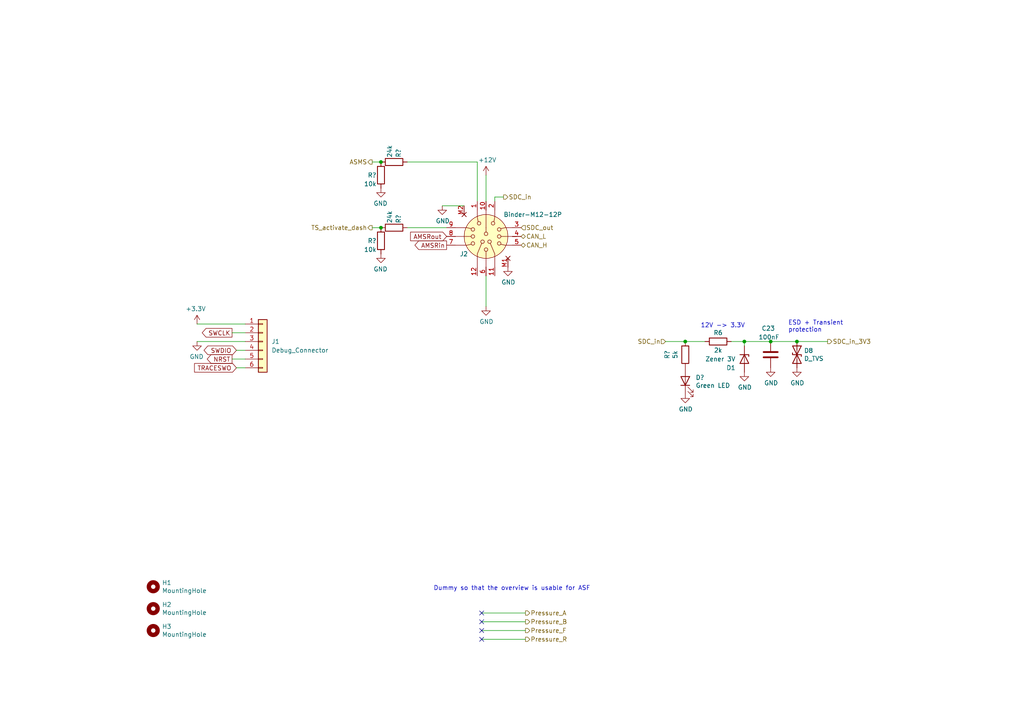
<source format=kicad_sch>
(kicad_sch (version 20211123) (generator eeschema)
  (paper "A4")
  (title_block (title "SDCL - Connections") (date "2021-12-16") (rev "v1.0") (company "FaSTTUBe - Formula Student Team TU Berlin") (comment 1 "Car 113") (comment 2 "EBS Electronics") (comment 3 "Electrical connections: Power, Programming, Buttons, CAN, SDC"))
  (lib_symbols
    (symbol "Connector_Generic:Conn_01x06" (pin_names (offset 1.016) hide)
      (property "Reference" "J" (at 0 7.62 0))
      (property "Value" "Conn_01x06" (at 0 -10.16 0))
      (symbol "Conn_01x06_1_1"
        (rectangle (start -1.27 -7.493) (end 0 -7.747) (stroke (width 0.1524)))
        (rectangle (start -1.27 -4.953) (end 0 -5.207) (stroke (width 0.1524)))
        (rectangle (start -1.27 -2.413) (end 0 -2.667) (stroke (width 0.1524)))
        (rectangle (start -1.27 0.127) (end 0 -0.127) (stroke (width 0.1524)))
        (rectangle (start -1.27 2.667) (end 0 2.413) (stroke (width 0.1524)))
        (rectangle (start -1.27 5.207) (end 0 4.953) (stroke (width 0.1524)))
        (rectangle (start -1.27 6.35) (end 1.27 -8.89) (stroke (width 0.254)) (fill (type background)))
        (pin passive line (at -5.08 5.08 0) (length 3.81) (name "Pin_1") (number "1"))
        (pin passive line (at -5.08 2.54 0) (length 3.81) (name "Pin_2") (number "2"))
        (pin passive line (at -5.08 0 0) (length 3.81) (name "Pin_3") (number "3"))
        (pin passive line (at -5.08 -2.54 0) (length 3.81) (name "Pin_4") (number "4"))
        (pin passive line (at -5.08 -5.08 0) (length 3.81) (name "Pin_5") (number "5"))
        (pin passive line (at -5.08 -7.62 0) (length 3.81) (name "Pin_6") (number "6"))
      )
    )
    (symbol "Custom:Binder-M12-12P" (pin_names (offset 1.016))
      (property "Reference" "J" (at -6.985 -5.715 0))
      (property "Value" "Binder-M12-12P" (at 4.572 6.858 0))
      (symbol "Binder-M12-12P_0_1"
        (circle (center -3.81 2.032) (radius 0.508))
        (circle (center -1.016 -1.524) (radius 0.508))
        (circle (center 0 -3.81) (radius 0.508))
        (polyline (pts (xy -8.89 -2.54) (xy -6.35 -2.54)))
        (polyline (pts (xy -8.89 2.54) (xy -6.35 2.54)))
        (polyline (pts (xy -2.54 -5.08) (xy -2.54 -8.89)))
        (polyline (pts (xy -2.54 6.35) (xy -2.54 7.62)))
        (polyline (pts (xy -1.2446 -1.9558) (xy -2.54 -5.08)))
        (polyline (pts (xy 0 -4.318) (xy 0 -8.89)))
        (polyline (pts (xy 0 2.54) (xy 0 1.27)))
        (polyline (pts (xy 0 2.54) (xy 0 7.62)))
        (polyline (pts (xy 1.2192 -1.9812) (xy 2.54 -5.08)))
        (polyline (pts (xy 2.54 -5.08) (xy 2.54 -8.89)))
        (polyline (pts (xy 2.54 6.35) (xy 2.54 7.62)))
        (polyline (pts (xy 6.35 -2.54) (xy 7.62 -2.54)))
        (polyline (pts (xy 6.35 2.54) (xy 7.62 2.54)))
        (polyline (pts (xy -6.35 2.54) (xy -5.588 2.54) (xy -4.318 2.286)))
        (polyline (pts (xy 6.35 2.54) (xy 5.588 2.54) (xy 4.318 2.286)))
        (circle (center 0 0) (radius 6.35) (fill (type background)))
        (circle (center 0 0.762) (radius 0.508))
        (circle (center 1.016 -1.524) (radius 0.508))
        (circle (center 3.81 2.032) (radius 0.508))
      )
      (symbol "Binder-M12-12P_1_1"
        (circle (center -3.81 -2.032) (radius 0.508))
        (circle (center -3.81 0) (radius 0.508))
        (circle (center -2.032 3.81) (radius 0.508))
        (polyline (pts (xy -4.318 0) (xy -8.89 0)))
        (polyline (pts (xy 4.318 0) (xy 8.89 0)))
        (polyline (pts (xy -6.35 -2.54) (xy -5.588 -2.54) (xy -4.318 -2.286)))
        (polyline (pts (xy -2.54 6.35) (xy -2.54 5.588) (xy -2.286 4.318)))
        (polyline (pts (xy 2.54 6.35) (xy 2.54 5.588) (xy 2.286 4.318)))
        (polyline (pts (xy 6.35 -2.54) (xy 5.588 -2.54) (xy 4.318 -2.286)))
        (circle (center 2.032 3.81) (radius 0.508))
        (circle (center 3.81 -2.032) (radius 0.508))
        (circle (center 3.81 0) (radius 0.508))
        (pin passive line (at -2.54 10.16 270) (length 2.54) (name "~") (number "1"))
        (pin passive line (at 0 10.16 270) (length 2.54) (name "~") (number "10"))
        (pin passive line (at 2.54 -11.43 90) (length 2.54) (name "~") (number "11"))
        (pin passive line (at -2.54 -11.43 90) (length 2.54) (name "~") (number "12"))
        (pin passive line (at 2.54 10.16 270) (length 2.54) (name "~") (number "2"))
        (pin passive line (at 10.16 2.54 180) (length 2.54) (name "~") (number "3"))
        (pin passive line (at 10.16 0 180) (length 2.54) (name "~") (number "4"))
        (pin passive line (at 10.16 -2.54 180) (length 2.54) (name "~") (number "5"))
        (pin passive line (at 0 -11.43 90) (length 2.54) (name "~") (number "6"))
        (pin passive line (at -11.43 -2.54 0) (length 2.54) (name "~") (number "7"))
        (pin passive line (at -11.43 0 0) (length 2.54) (name "~") (number "8"))
        (pin passive line (at -11.43 2.54 0) (length 2.54) (name "~") (number "9"))
        (pin passive non_logic (at 6.35 -8.89 90) (length 2.54) (name "~") (number "M1"))
        (pin passive non_logic (at -6.35 8.89 270) (length 2.54) (name "~") (number "M2"))
      )
    )
    (symbol "Device:C" (pin_numbers hide) (pin_names (offset 0.254))
      (property "Reference" "C" (at 0.635 2.54 0))
      (property "Value" "C" (at 0.635 -2.54 0))
      (symbol "C_0_1"
        (polyline (pts (xy -2.032 -0.762) (xy 2.032 -0.762)) (stroke (width 0.508)))
        (polyline (pts (xy -2.032 0.762) (xy 2.032 0.762)) (stroke (width 0.508)))
      )
      (symbol "C_1_1"
        (pin passive line (at 0 3.81 270) (length 2.794) (name "~") (number "1"))
        (pin passive line (at 0 -3.81 90) (length 2.794) (name "~") (number "2"))
      )
    )
    (symbol "Device:D_TVS" (pin_numbers hide) (pin_names (offset 1.016) hide)
      (property "Reference" "D" (at 0 2.54 0))
      (property "Value" "D_TVS" (at 0 -2.54 0))
      (symbol "D_TVS_0_1"
        (polyline (pts (xy 1.27 0) (xy -1.27 0)))
        (polyline (pts (xy 0.508 1.27) (xy 0 1.27) (xy 0 -1.27) (xy -0.508 -1.27)) (stroke (width 0.254)))
        (polyline (pts (xy -2.54 1.27) (xy -2.54 -1.27) (xy 2.54 1.27) (xy 2.54 -1.27) (xy -2.54 1.27)) (stroke (width 0.254)))
      )
      (symbol "D_TVS_1_1"
        (pin passive line (at -3.81 0 0) (length 2.54) (name "A1") (number "1"))
        (pin passive line (at 3.81 0 180) (length 2.54) (name "A2") (number "2"))
      )
    )
    (symbol "Device:D_Zener" (pin_numbers hide) (pin_names (offset 1.016) hide)
      (property "Reference" "D" (at 0 2.54 0))
      (property "Value" "D_Zener" (at 0 -2.54 0))
      (symbol "D_Zener_0_1"
        (polyline (pts (xy 1.27 0) (xy -1.27 0)))
        (polyline (pts (xy -1.27 -1.27) (xy -1.27 1.27) (xy -0.762 1.27)) (stroke (width 0.254)))
        (polyline (pts (xy 1.27 -1.27) (xy 1.27 1.27) (xy -1.27 0) (xy 1.27 -1.27)) (stroke (width 0.254)))
      )
      (symbol "D_Zener_1_1"
        (pin passive line (at -3.81 0 0) (length 2.54) (name "K") (number "1"))
        (pin passive line (at 3.81 0 180) (length 2.54) (name "A") (number "2"))
      )
    )
    (symbol "Device:LED" (pin_numbers hide) (pin_names (offset 1.016) hide)
      (property "Reference" "D" (at 0 2.54 0))
      (property "Value" "LED" (at 0 -2.54 0))
      (symbol "LED_0_1"
        (polyline (pts (xy -1.27 -1.27) (xy -1.27 1.27)) (stroke (width 0.254)))
        (polyline (pts (xy -1.27 0) (xy 1.27 0)))
        (polyline (pts (xy 1.27 -1.27) (xy 1.27 1.27) (xy -1.27 0) (xy 1.27 -1.27)) (stroke (width 0.254)))
        (polyline (pts (xy -3.048 -0.762) (xy -4.572 -2.286) (xy -3.81 -2.286) (xy -4.572 -2.286) (xy -4.572 -1.524)))
        (polyline (pts (xy -1.778 -0.762) (xy -3.302 -2.286) (xy -2.54 -2.286) (xy -3.302 -2.286) (xy -3.302 -1.524)))
      )
      (symbol "LED_1_1"
        (pin passive line (at -3.81 0 0) (length 2.54) (name "K") (number "1"))
        (pin passive line (at 3.81 0 180) (length 2.54) (name "A") (number "2"))
      )
    )
    (symbol "Device:R" (pin_numbers hide) (pin_names (offset 0))
      (property "Reference" "R" (at 2.032 0 90))
      (property "Value" "R" (at 0 0 90))
      (symbol "R_0_1"
        (rectangle (start -1.016 -2.54) (end 1.016 2.54) (stroke (width 0.254)))
      )
      (symbol "R_1_1"
        (pin passive line (at 0 3.81 270) (length 1.27) (name "~") (number "1"))
        (pin passive line (at 0 -3.81 90) (length 1.27) (name "~") (number "2"))
      )
    )
    (symbol "Mechanical:MountingHole" (pin_names (offset 1.016))
      (property "Reference" "H" (at 0 5.08 0))
      (property "Value" "MountingHole" (at 0 3.175 0))
      (symbol "MountingHole_0_1"
        (circle (center 0 0) (radius 1.27) (stroke (width 1.27)))
      )
    )
    (symbol "power:+12V" (power) (pin_names (offset 0))
      (property "Value" "+12V" (at 0 3.556 0))
      (symbol "+12V_0_1"
        (polyline (pts (xy -0.762 1.27) (xy 0 2.54)))
        (polyline (pts (xy 0 0) (xy 0 2.54)))
        (polyline (pts (xy 0 2.54) (xy 0.762 1.27)))
      )
      (symbol "+12V_1_1"
        (pin power_in line (at 0 0 90) (length 0) hide (name "+12V") (number "1"))
      )
    )
    (symbol "power:+3.3V" (power) (pin_names (offset 0))
      (property "Value" "+3.3V" (at 0 3.556 0))
      (symbol "+3.3V_0_1"
        (polyline (pts (xy -0.762 1.27) (xy 0 2.54)))
        (polyline (pts (xy 0 0) (xy 0 2.54)))
        (polyline (pts (xy 0 2.54) (xy 0.762 1.27)))
      )
      (symbol "+3.3V_1_1"
        (pin power_in line (at 0 0 90) (length 0) hide (name "+3.3V") (number "1"))
      )
    )
    (symbol "power:GND" (power) (pin_names (offset 0))
      (property "Value" "GND" (at 0 -3.81 0))
      (symbol "GND_0_1"
        (polyline (pts (xy 0 0) (xy 0 -1.27) (xy 1.27 -1.27) (xy 0 -2.54) (xy -1.27 -1.27) (xy 0 -1.27)))
      )
      (symbol "GND_1_1"
        (pin power_in line (at 0 0 270) (length 0) hide (name "GND") (number "1"))
      )
    )
  )
  (junction (at 215.9 99.06))
  (junction (at 231.14 99.06))
  (junction (at 110.49 66.04))
  (junction (at 110.49 46.99))
  (junction (at 198.755 99.06))
  (junction (at 223.52 99.06))
  (no_connect (at 139.7 185.42))
  (no_connect (at 139.7 180.34))
  (no_connect (at 139.7 177.8))
  (no_connect (at 139.7 182.88))
  (wire (pts (xy 68.58 101.6) (xy 71.12 101.6)))
  (wire (pts (xy 68.58 106.68) (xy 71.12 106.68)))
  (wire (pts (xy 215.9 99.06) (xy 223.52 99.06)))
  (wire (pts (xy 67.31 104.14) (xy 71.12 104.14)))
  (wire (pts (xy 215.9 100.33) (xy 215.9 99.06)))
  (wire (pts (xy 223.52 99.06) (xy 231.14 99.06)))
  (wire (pts (xy 118.11 46.99) (xy 138.43 46.99)))
  (wire (pts (xy 107.95 66.04) (xy 110.49 66.04)))
  (wire (pts (xy 198.755 99.06) (xy 204.47 99.06)))
  (wire (pts (xy 57.15 93.98) (xy 71.12 93.98)))
  (wire (pts (xy 139.7 177.8) (xy 152.4 177.8)))
  (wire (pts (xy 193.04 99.06) (xy 198.755 99.06)))
  (wire (pts (xy 140.97 80.01) (xy 140.97 88.9)))
  (wire (pts (xy 143.51 57.15) (xy 146.05 57.15)))
  (wire (pts (xy 57.15 99.06) (xy 71.12 99.06)))
  (wire (pts (xy 118.11 66.04) (xy 129.54 66.04)))
  (wire (pts (xy 128.27 59.69) (xy 134.62 59.69)))
  (wire (pts (xy 143.51 58.42) (xy 143.51 57.15)))
  (wire (pts (xy 138.43 46.99) (xy 138.43 58.42)))
  (wire (pts (xy 107.95 46.99) (xy 110.49 46.99)))
  (wire (pts (xy 140.97 50.8) (xy 140.97 58.42)))
  (wire (pts (xy 139.7 185.42) (xy 152.4 185.42)))
  (wire (pts (xy 139.7 180.34) (xy 152.4 180.34)))
  (wire (pts (xy 67.31 96.52) (xy 71.12 96.52)))
  (wire (pts (xy 231.14 99.06) (xy 240.03 99.06)))
  (wire (pts (xy 212.09 99.06) (xy 215.9 99.06)))
  (wire (pts (xy 139.7 182.88) (xy 152.4 182.88)))
  (text "Dummy so that the overview is usable for ASF" (at 125.73 171.45 0) (effects (font (size 1.27 1.27)) (justify left bottom)))
  (text "12V -> 3.3V" (at 203.2 95.25 0) (effects (font (size 1.27 1.27)) (justify left bottom)))
  (text "ESD + Transient\nprotection" (at 228.6 96.52 0) (effects (font (size 1.27 1.27)) (justify left bottom)))
  (global_label "AMSRin" (shape output) (at 129.54 71.12 180) (property "Intersheet References" "${INTERSHEET_REFS}" (effects hide)))
  (global_label "AMSRout" (shape input) (at 129.54 68.58 180) (property "Intersheet References" "${INTERSHEET_REFS}" (effects hide)))
  (global_label "TRACESWO" (shape input) (at 68.58 106.68 180) (property "Intersheet References" "${INTERSHEET_REFS}" (effects hide)))
  (global_label "NRST" (shape output) (at 67.31 104.14 180) (property "Intersheet References" "${INTERSHEET_REFS}" (effects hide)))
  (global_label "SWCLK" (shape output) (at 67.31 96.52 180) (property "Intersheet References" "${INTERSHEET_REFS}" (effects hide)))
  (global_label "SWDIO" (shape bidirectional) (at 68.58 101.6 180) (property "Intersheet References" "${INTERSHEET_REFS}" (effects hide)))
  (hierarchical_label "SDC_in_3V3" (shape output) (at 240.03 99.06 0))
  (hierarchical_label "Pressure_R" (shape output) (at 152.4 185.42 0))
  (hierarchical_label "SDC_out" (shape input) (at 151.13 66.04 0))
  (hierarchical_label "TS_activate_dash" (shape output) (at 107.95 66.04 180))
  (hierarchical_label "Pressure_B" (shape output) (at 152.4 180.34 0))
  (hierarchical_label "ASMS" (shape output) (at 107.95 46.99 180))
  (hierarchical_label "SDC_in" (shape output) (at 146.05 57.15 0))
  (hierarchical_label "CAN_H" (shape bidirectional) (at 151.13 71.12 0))
  (hierarchical_label "Pressure_F" (shape output) (at 152.4 182.88 0))
  (hierarchical_label "SDC_in" (shape input) (at 193.04 99.06 180))
  (hierarchical_label "CAN_L" (shape bidirectional) (at 151.13 68.58 0))
  (hierarchical_label "Pressure_A" (shape output) (at 152.4 177.8 0))
  (symbol (lib_id "Device:R") (at 208.28 99.06 90) (mirror x) (unit 1)
    (property "Reference" "R6" (at 208.28 96.52 90))
    (property "Value" "2k" (at 208.28 101.6 90))
    (property "Footprint" "Resistor_SMD:R_0603_1608Metric_Pad1.05x0.95mm_HandSolder" (effects hide))
  )
  (symbol (lib_id "power:GND") (at 215.9 107.95 0) (unit 1)
    (property "Reference" "#PWR0101" (effects hide))
    (property "Value" "GND" (at 216.027 112.3442 0))
  )
  (symbol (lib_id "power:GND") (at 231.14 106.68 0) (unit 1)
    (property "Reference" "#PWR0102" (effects hide))
    (property "Value" "GND" (at 231.267 111.0742 0))
  )
  (symbol (lib_id "Device:C") (at 223.52 102.87 180) (unit 1)
    (property "Reference" "C23" (at 224.79 95.25 0) (effects (justify left)))
    (property "Value" "100nF" (at 226.06 97.79 0) (effects (justify left)))
    (property "Footprint" "Capacitor_SMD:C_0603_1608Metric_Pad1.05x0.95mm_HandSolder" (effects hide))
  )
  (symbol (lib_id "power:GND") (at 223.52 106.68 0) (unit 1)
    (property "Reference" "#PWR0104" (effects hide))
    (property "Value" "GND" (at 223.647 111.0742 0))
  )
  (symbol (lib_id "Device:D_TVS") (at 231.14 102.87 270) (unit 1)
    (property "Reference" "D8" (at 233.172 101.7016 90) (effects (justify left)))
    (property "Value" "D_TVS" (at 233.172 104.013 90) (effects (justify left)))
    (property "Footprint" "Diode_SMD:D_SOD-323_HandSoldering" (effects hide))
  )
  (symbol (lib_id "Mechanical:MountingHole") (at 44.45 170.18 0) (unit 1)
    (property "Reference" "H1" (at 46.99 169.0116 0) (effects (justify left)))
    (property "Value" "MountingHole" (at 46.99 171.323 0) (effects (justify left)))
    (property "Footprint" "MountingHole:MountingHole_3.2mm_M3" (effects hide))
  )
  (symbol (lib_id "Mechanical:MountingHole") (at 44.45 176.53 0) (unit 1)
    (property "Reference" "H2" (at 46.99 175.3616 0) (effects (justify left)))
    (property "Value" "MountingHole" (at 46.99 177.673 0) (effects (justify left)))
    (property "Footprint" "MountingHole:MountingHole_3.2mm_M3" (effects hide))
  )
  (symbol (lib_id "Mechanical:MountingHole") (at 44.45 182.88 0) (unit 1)
    (property "Reference" "H3" (at 46.99 181.7116 0) (effects (justify left)))
    (property "Value" "MountingHole" (at 46.99 184.023 0) (effects (justify left)))
    (property "Footprint" "MountingHole:MountingHole_3.2mm_M3" (effects hide))
  )
  (symbol (lib_id "power:+12V") (at 140.97 50.8 0) (unit 1)
    (property "Reference" "#PWR0106" (effects hide))
    (property "Value" "+12V" (at 141.351 46.4058 0))
  )
  (symbol (lib_id "power:+3.3V") (at 57.15 93.98 0) (mirror y) (unit 1)
    (property "Reference" "#PWR0141" (effects hide))
    (property "Value" "+3.3V" (at 56.769 89.5858 0))
  )
  (symbol (lib_id "power:GND") (at 57.15 99.06 0) (mirror y) (unit 1)
    (property "Reference" "#PWR0164" (effects hide))
    (property "Value" "GND" (at 57.023 103.4542 0))
  )
  (symbol (lib_id "power:GND") (at 140.97 88.9 0) (unit 1)
    (property "Reference" "#PWR0110" (effects hide))
    (property "Value" "GND" (at 141.097 93.2942 0))
  )
  (symbol (lib_id "power:GND") (at 147.32 77.47 0) (unit 1)
    (property "Reference" "#PWR0121" (effects hide))
    (property "Value" "GND" (at 147.447 81.8642 0))
  )
  (symbol (lib_id "Custom:Binder-M12-12P") (at 140.97 68.58 0) (unit 1)
    (property "Reference" "J2" (at 133.35 73.66 0) (effects (justify left)))
    (property "Value" "Binder-M12-12P" (at 146.05 62.23 0) (effects (justify left)))
    (property "Footprint" "Custom:Binder_M12-A_12P_Female_NoSilk" (effects hide))
    (property "Datasheet" "http://www.mouser.com/ds/2/18/40_c091_abd_e-75918.pdf" (effects hide))
  )
  (symbol (lib_id "power:GND") (at 128.27 59.69 0) (unit 1)
    (property "Reference" "#PWR0114" (effects hide))
    (property "Value" "GND" (at 128.397 64.0842 0))
  )
  (symbol (lib_id "Device:D_Zener") (at 215.9 104.14 270) (unit 1)
    (property "Reference" "D1" (at 213.36 106.68 90) (effects (justify right)))
    (property "Value" "Zener 3V" (at 213.36 104.14 90) (effects (justify right)))
    (property "Footprint" "Diode_SMD:D_SOD-323_HandSoldering" (effects hide))
  )
  (symbol (lib_id "Device:R") (at 198.755 102.87 180) (unit 1)
    (property "Reference" "R?" (at 193.4972 102.87 90))
    (property "Value" "5k" (at 195.8086 102.87 90))
    (property "Footprint" "Resistor_SMD:R_0603_1608Metric_Pad1.05x0.95mm_HandSolder" (effects hide))
  )
  (symbol (lib_id "power:GND") (at 110.49 73.66 0) (mirror y) (unit 1)
    (property "Reference" "#PWR?" (effects hide))
    (property "Value" "GND" (at 110.363 78.0542 0))
  )
  (symbol (lib_id "Device:R") (at 114.3 66.04 270) (mirror x) (unit 1)
    (property "Reference" "R?" (at 115.57 64.77 0) (effects (justify left)))
    (property "Value" "24k" (at 113.03 64.77 0) (effects (justify left)))
    (property "Footprint" "Resistor_SMD:R_0603_1608Metric_Pad1.05x0.95mm_HandSolder" (effects hide))
  )
  (symbol (lib_id "Device:LED") (at 198.755 110.49 90) (unit 1)
    (property "Reference" "D?" (at 201.7522 109.4994 90) (effects (justify right)))
    (property "Value" "Green LED" (at 201.7522 111.8108 90) (effects (justify right)))
    (property "Footprint" "Diode_SMD:D_0603_1608Metric_Pad1.05x0.95mm_HandSolder" (effects hide))
  )
  (symbol (lib_id "Device:R") (at 110.49 69.85 0) (mirror y) (unit 1)
    (property "Reference" "R?" (at 109.22 69.85 0) (effects (justify left)))
    (property "Value" "10k" (at 109.22 72.39 0) (effects (justify left)))
    (property "Footprint" "Resistor_SMD:R_0603_1608Metric_Pad1.05x0.95mm_HandSolder" (effects hide))
  )
  (symbol (lib_id "Device:R") (at 110.49 50.8 0) (mirror y) (unit 1)
    (property "Reference" "R?" (at 109.22 50.8 0) (effects (justify left)))
    (property "Value" "10k" (at 109.22 53.34 0) (effects (justify left)))
    (property "Footprint" "Resistor_SMD:R_0603_1608Metric_Pad1.05x0.95mm_HandSolder" (effects hide))
  )
  (symbol (lib_id "power:GND") (at 110.49 54.61 0) (mirror y) (unit 1)
    (property "Reference" "#PWR?" (effects hide))
    (property "Value" "GND" (at 110.363 59.0042 0))
  )
  (symbol (lib_id "Device:R") (at 114.3 46.99 270) (mirror x) (unit 1)
    (property "Reference" "R?" (at 115.57 45.72 0) (effects (justify left)))
    (property "Value" "24k" (at 113.03 45.72 0) (effects (justify left)))
    (property "Footprint" "Resistor_SMD:R_0603_1608Metric_Pad1.05x0.95mm_HandSolder" (effects hide))
  )
  (symbol (lib_id "Connector_Generic:Conn_01x06") (at 76.2 99.06 0) (unit 1)
    (property "Reference" "J1" (at 78.74 99.0599 0) (effects (justify left)))
    (property "Value" "Debug_Connector" (at 78.74 101.5999 0) (effects (justify left)))
  )
  (symbol (lib_id "power:GND") (at 198.755 114.3 0) (unit 1)
    (property "Reference" "#PWR?" (effects hide))
    (property "Value" "GND" (at 198.882 118.6942 0))
  )
)
</source>
